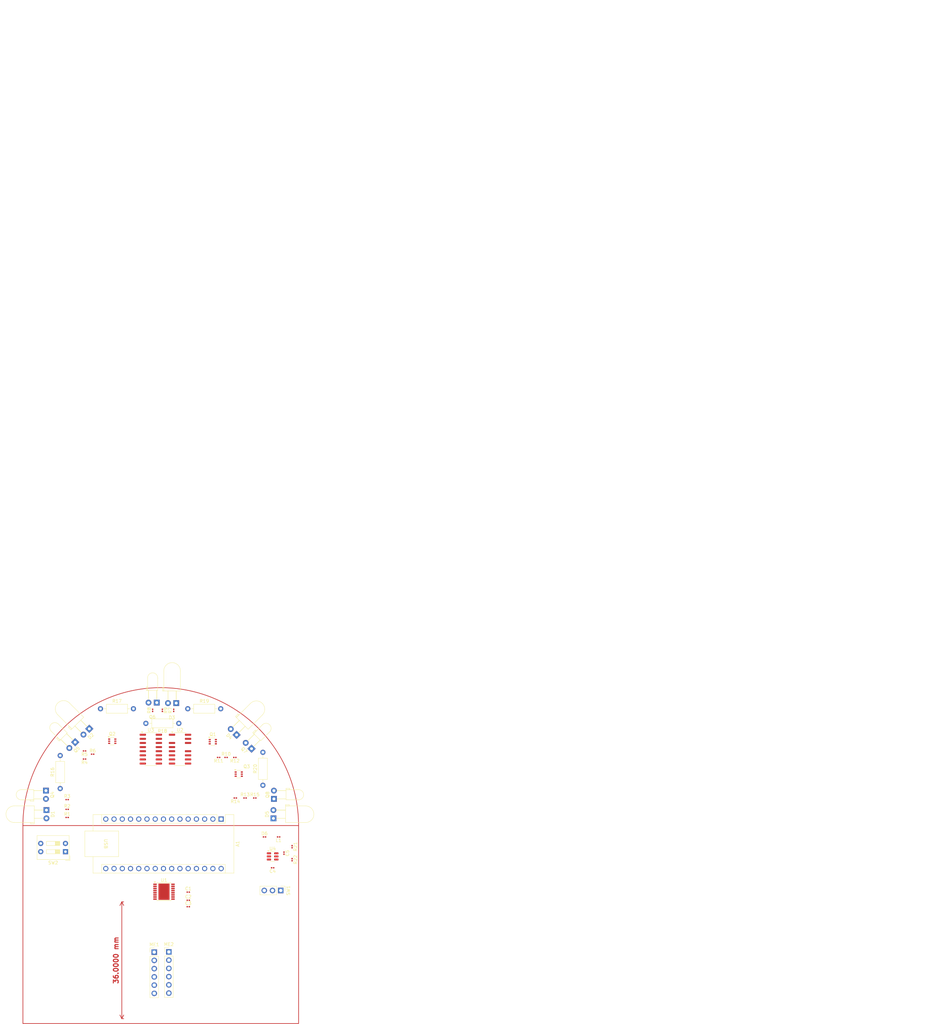
<source format=kicad_pcb>
(kicad_pcb (version 20240108) (generator "pcbnew") (generator_version "8.0")
  (layers (0 "F.Cu" signal) (31 "B.Cu" signal) (34 "B.Paste" user) (35 "F.Paste" user) (36 "B.SilkS" user "B.Silkscreen") (37 "F.SilkS" user "F.Silkscreen") (38 "B.Mask" user) (39 "F.Mask" user) (44 "Edge.Cuts" user))
  (net 0 "")
  (net 2 "/D5")
  (net 4 "/D6")
  (net 5 "/MUX_SEL_2")
  (net 6 "/D3")
  (net 11 "/MUX_SEL_1")
  (net 13 "/MUX_SEL_0")
  (net 18 "/D11")
  (net 19 "GND")
  (net 21 "/IRT_READ")
  (net 22 "Net-(A1-D12)")
  (net 26 "+5V")
  (net 27 "/LED_DEMUX_ENABLE")
  (net 28 "Net-(A1-D13)")
  (net 30 "Net-(U1-VINT)")
  (net 31 "Net-(U1-VCP)")
  (net 32 "Net-(SW1-A)")
  (net 33 "Net-(D1-K)")
  (net 34 "Net-(D2-K)")
  (net 35 "Net-(D3-K)")
  (net 36 "Net-(D4-K)")
  (net 37 "Net-(D5-K)")
  (net 38 "Net-(D6-A)")
  (net 39 "/A0")
  (net 40 "Net-(ME1-M2)")
  (net 41 "Net-(ME1-M1)")
  (net 42 "/A1")
  (net 43 "Net-(ME2-M1)")
  (net 44 "Net-(ME2-M2)")
  (net 45 "/A3")
  (net 46 "/A2")
  (net 47 "Net-(Q1A-C1)")
  (net 48 "Net-(Q1B-C2)")
  (net 49 "Net-(Q1B-B2)")
  (net 50 "Net-(Q1A-B1)")
  (net 51 "Net-(Q2A-C1)")
  (net 52 "Net-(Q2A-B1)")
  (net 53 "Net-(Q2B-B2)")
  (net 54 "Net-(Q2B-C2)")
  (net 55 "Net-(Q3A-C1)")
  (net 56 "Net-(Q3A-B1)")
  (net 57 "Net-(Q4-E)")
  (net 58 "Net-(Q5-E)")
  (net 59 "Net-(Q6-E)")
  (net 60 "Net-(Q7-E)")
  (net 61 "Net-(Q8-E)")
  (net 62 "Net-(U3-Y0)")
  (net 63 "Net-(U3-Y1)")
  (net 64 "Net-(U3-Y2)")
  (net 65 "Net-(U3-Y3)")
  (net 66 "Net-(U3-Y4)")
  (net 67 "Net-(U4-FB)")
  (net 75 "Net-(BT1-+)")
  (footprint "Capacitor_SMD:C_0201_0603Metric" (layer "F.Cu") (at 158.5 112)
    (property "Reference" "C2" (at 0 -1.05 0) (layer "F.SilkS"))
    (property "Value" "2.2uF")
    (pad "1" smd roundrect (at -0.32 0) (size 0.46 0.4) (layers "F.Cu" "F.Mask") (net 30 "Net-(U1-VINT)"))
    (pad "2" smd roundrect (at 0.32 0) (size 0.46 0.4) (layers "F.Cu" "F.Mask") (net 19 "GND"))
  )
  (footprint "Capacitor_SMD:C_0201_0603Metric" (layer "F.Cu") (at 184.5 102 180)
    (property "Reference" "C4" (at 0 -1.05 0) (layer "F.SilkS"))
    (property "Value" "22uF X7R")
    (pad "1" smd roundrect (at -0.32 0 180) (size 0.46 0.4) (layers "F.Cu" "F.Mask") (net 32 "Net-(SW1-A)"))
    (pad "2" smd roundrect (at 0.32 0 180) (size 0.46 0.4) (layers "F.Cu" "F.Mask") (net 19 "GND"))
  )
  (footprint "Package_TO_SOT_SMD:SOT-363_SC-70-6" (layer "F.Cu") (at 135.05 63)
    (property "Reference" "Q2" (at 0 -2.25 0) (layer "F.SilkS"))
    (property "Value" "MBT3904DW1")
    (pad "1" smd roundrect (at -0.95 -0.65) (size 0.65 0.4) (layers "F.Cu" "F.Paste" "F.Mask") (net 19 "GND"))
    (pad "2" smd roundrect (at -0.95 0) (size 0.65 0.4) (layers "F.Cu" "F.Paste" "F.Mask") (net 52 "Net-(Q2A-B1)"))
    (pad "3" smd roundrect (at -0.95 0.65) (size 0.65 0.4) (layers "F.Cu" "F.Paste" "F.Mask") (net 54 "Net-(Q2B-C2)"))
    (pad "4" smd roundrect (at 0.95 0.65) (size 0.65 0.4) (layers "F.Cu" "F.Paste" "F.Mask") (net 19 "GND"))
    (pad "5" smd roundrect (at 0.95 0) (size 0.65 0.4) (layers "F.Cu" "F.Paste" "F.Mask") (net 53 "Net-(Q2B-B2)"))
    (pad "6" smd roundrect (at 0.95 -0.65) (size 0.65 0.4) (layers "F.Cu" "F.Paste" "F.Mask") (net 51 "Net-(Q2A-C1)"))
  )
  (footprint "Resistor_SMD:R_0201_0603Metric" (layer "F.Cu") (at 129 67)
    (property "Reference" "R6" (at 0 -1.05 0) (layer "F.SilkS"))
    (property "Value" "33R")
    (pad "1" smd roundrect (at -0.32 0) (size 0.46 0.4) (layers "F.Cu" "F.Mask") (net 34 "Net-(D2-K)"))
    (pad "2" smd roundrect (at 0.32 0) (size 0.46 0.4) (layers "F.Cu" "F.Mask") (net 54 "Net-(Q2B-C2)"))
  )
  (footprint "Resistor_SMD:R_0201_0603Metric" (layer "F.Cu") (at 173 80.5 180)
    (property "Reference" "R14" (at 0 -1.05 360) (layer "F.SilkS"))
    (property "Value" "10K")
    (pad "1" smd roundrect (at -0.32 0 180) (size 0.46 0.4) (layers "F.Cu" "F.Mask") (net 66 "Net-(U3-Y4)"))
    (pad "2" smd roundrect (at 0.32 0 180) (size 0.46 0.4) (layers "F.Cu" "F.Mask") (net 19 "GND"))
  )
  (footprint "Resistor_SMD:R_0201_0603Metric" (layer "F.Cu") (at 121.155 81)
    (property "Reference" "R3" (at 0 -1.05 0) (layer "F.SilkS"))
    (property "Value" "10K")
    (pad "1" smd roundrect (at -0.32 0) (size 0.46 0.4) (layers "F.Cu" "F.Mask") (net 62 "Net-(U3-Y0)"))
    (pad "2" smd roundrect (at 0.32 0) (size 0.46 0.4) (layers "F.Cu" "F.Mask") (net 19 "GND"))
  )
  (footprint "Connector_PinHeader_2.54mm:PinHeader_1x06_P2.54mm_Vertical" (layer "F.Cu") (at 148 128)
    (property "Reference" "ME1" (at 0 -2.33 0) (layer "F.SilkS"))
    (property "Value" "~")
    (pad "1" thru_hole rect (at 0 0) (size 1.7 1.7) (drill 1) (layers "*.Cu" "*.Mask") (net 41 "Net-(ME1-M1)"))
    (pad "2" thru_hole oval (at 0 2.54) (size 1.7 1.7) (drill 1) (layers "*.Cu" "*.Mask") (net 19 "GND"))
    (pad "3" thru_hole oval (at 0 5.08) (size 1.7 1.7) (drill 1) (layers "*.Cu" "*.Mask") (net 39 "/A0"))
    (pad "4" thru_hole oval (at 0 7.62) (size 1.7 1.7) (drill 1) (layers "*.Cu" "*.Mask") (net 42 "/A1"))
    (pad "5" thru_hole oval (at 0 10.16) (size 1.7 1.7) (drill 1) (layers "*.Cu" "*.Mask") (net 26 "+5V"))
    (pad "6" thru_hole oval (at 0 12.7) (size 1.7 1.7) (drill 1) (layers "*.Cu" "*.Mask") (net 40 "Net-(ME1-M2)"))
  )
  (footprint "Package_TO_SOT_SMD:SOT-23-6" (layer "F.Cu") (at 184.5 98.5)
    (property "Reference" "U4" (at 0 -2.4 0) (layer "F.SilkS"))
    (property "Value" "MT3608")
    (pad "1" smd roundrect (at -1.1375 -0.95) (size 1.325 0.6) (layers "F.Cu" "F.Paste" "F.Mask") (net 38 "Net-(D6-A)"))
    (pad "2" smd roundrect (at -1.1375 0) (size 1.325 0.6) (layers "F.Cu" "F.Paste" "F.Mask") (net 19 "GND"))
    (pad "3" smd roundrect (at -1.1375 0.95) (size 1.325 0.6) (layers "F.Cu" "F.Paste" "F.Mask") (net 67 "Net-(U4-FB)"))
    (pad "4" smd roundrect (at 1.1375 0.95) (size 1.325 0.6) (layers "F.Cu" "F.Paste" "F.Mask") (net 32 "Net-(SW1-A)"))
    (pad "5" smd roundrect (at 1.1375 0) (size 1.325 0.6) (layers "F.Cu" "F.Paste" "F.Mask") (net 32 "Net-(SW1-A)"))
    (pad "6" smd roundrect (at 1.1375 -0.95) (size 1.325 0.6) (layers "F.Cu" "F.Paste" "F.Mask"))
  )
  (footprint "LED_THT:LED_D3.0mm_Horizontal_O3.81mm_Z2.0mm" (layer "F.Cu") (at 184.895 80.77 90)
    (property "Reference" "Q8" (at 1.27 -1.96 90) (layer "F.SilkS"))
    (property "Value" "TEFT4300")
    (pad "1" thru_hole rect (at 0 0 90) (size 1.8 1.8) (drill 0.9) (layers "*.Cu" "*.Mask") (net 26 "+5V"))
    (pad "2" thru_hole circle (at 2.54 0 90) (size 1.8 1.8) (drill 0.9) (layers "*.Cu" "*.Mask") (net 61 "Net-(Q8-E)"))
  )
  (footprint "LED_THT:LED_D5.0mm_Horizontal_O3.81mm_Z3.0mm" (layer "F.Cu") (at 154.775 51.255 180)
    (property "Reference" "D3" (at 1.35 -4.46 0) (layer "F.SilkS"))
    (property "Value" "SHF4545")
    (pad "1" thru_hole rect (at 0 0 180) (size 1.8 1.8) (drill 0.9) (layers "*.Cu" "*.Mask") (net 35 "Net-(D3-K)"))
    (pad "2" thru_hole circle (at 2.54 0 180) (size 1.8 1.8) (drill 0.9) (layers "*.Cu" "*.Mask") (net 26 "+5V"))
  )
  (footprint "Resistor_SMD:R_0201_0603Metric" (layer "F.Cu") (at 121.155 84 180)
    (property "Reference" "R2" (at 0 1 0) (layer "F.SilkS"))
    (property "Value" "820R")
    (pad "1" smd roundrect (at -0.32 0 180) (size 0.46 0.4) (layers "F.Cu" "F.Mask") (net 62 "Net-(U3-Y0)"))
    (pad "2" smd roundrect (at 0.32 0 180) (size 0.46 0.4) (layers "F.Cu" "F.Mask") (net 52 "Net-(Q2A-B1)"))
  )
  (footprint "Resistor_SMD:R_0201_0603Metric" (layer "F.Cu") (at 126.5 68.5 180)
    (property "Reference" "R4" (at 0 -1.05 0) (layer "F.SilkS"))
    (property "Value" "820R")
    (pad "1" smd roundrect (at -0.32 0 180) (size 0.46 0.4) (layers "F.Cu" "F.Mask") (net 63 "Net-(U3-Y1)"))
    (pad "2" smd roundrect (at 0.32 0 180) (size 0.46 0.4) (layers "F.Cu" "F.Mask") (net 53 "Net-(Q2B-B2)"))
  )
  (footprint "Package_SO:HTSSOP-16-1EP_4.4x5mm_P0.65mm_EP3.4x5mm" (layer "F.Cu") (at 151 109.375)
    (property "Reference" "U1" (at 0 -3.55 0) (layer "F.SilkS"))
    (property "Value" "DRV8833PWPR")
    (pad "1" smd rect (at -2.775 -2.275) (size 1.05 0.45) (layers "F.Cu" "F.Paste" "F.Mask") (net 26 "+5V"))
    (pad "2" smd rect (at -2.775 -1.625) (size 1.05 0.45) (layers "F.Cu" "F.Paste" "F.Mask") (net 41 "Net-(ME1-M1)"))
    (pad "3" smd rect (at -2.775 -0.975) (size 1.05 0.45) (layers "F.Cu" "F.Paste" "F.Mask") (net 19 "GND"))
    (pad "4" smd rect (at -2.775 -0.325) (size 1.05 0.45) (layers "F.Cu" "F.Paste" "F.Mask") (net 40 "Net-(ME1-M2)"))
    (pad "5" smd rect (at -2.775 0.325) (size 1.05 0.45) (layers "F.Cu" "F.Paste" "F.Mask") (net 44 "Net-(ME2-M2)"))
    (pad "6" smd rect (at -2.775 0.975) (size 1.05 0.45) (layers "F.Cu" "F.Paste" "F.Mask") (net 19 "GND"))
    (pad "7" smd rect (at -2.775 1.625) (size 1.05 0.45) (layers "F.Cu" "F.Paste" "F.Mask") (net 43 "Net-(ME2-M1)"))
    (pad "8" smd rect (at -2.775 2.275) (size 1.05 0.45) (layers "F.Cu" "F.Paste" "F.Mask"))
    (pad "9" smd rect (at 2.775 2.275) (size 1.05 0.45) (layers "F.Cu" "F.Paste" "F.Mask") (net 6 "/D3"))
    (pad "10" smd rect (at 2.775 1.625) (size 1.05 0.45) (layers "F.Cu" "F.Paste" "F.Mask") (net 18 "/D11"))
    (pad "11" smd rect (at 2.775 0.975) (size 1.05 0.45) (layers "F.Cu" "F.Paste" "F.Mask") (net 31 "Net-(U1-VCP)"))
    (pad "12" smd rect (at 2.775 0.325) (size 1.05 0.45) (layers "F.Cu" "F.Paste" "F.Mask") (net 26 "+5V"))
    (pad "13" smd rect (at 2.775 -0.325) (size 1.05 0.45) (layers "F.Cu" "F.Paste" "F.Mask") (net 19 "GND"))
    (pad "14" smd rect (at 2.775 -0.975) (size 1.05 0.45) (layers "F.Cu" "F.Paste" "F.Mask") (net 30 "Net-(U1-VINT)"))
    (pad "15" smd rect (at 2.775 -1.625) (size 1.05 0.45) (layers "F.Cu" "F.Paste" "F.Mask") (net 4 "/D6"))
    (pad "16" smd rect (at 2.775 -2.275) (size 1.05 0.45) (layers "F.Cu" "F.Paste" "F.Mask") (net 2 "/D5"))
    (pad "17" smd rect (at 0 0) (size 3.4 5) (layers "F.Cu" "F.Mask") (net 19 "GND"))
  )
  (footprint "LED_THT:LED_D3.0mm_Horizontal_O3.81mm_Z2.0mm" (layer "F.Cu") (at 123.618718 63.307949 -135)
    (property "Reference" "Q5" (at 1.27 -1.96 45) (layer "F.SilkS"))
    (property "Value" "TEFT4300")
    (pad "1" thru_hole rect (at 0 0 225) (size 1.8 1.8) (drill 0.9) (layers "*.Cu" "*.Mask") (net 26 "+5V"))
    (pad "2" thru_hole circle (at 2.54 0 225) (size 1.8 1.8) (drill 0.9) (layers "*.Cu" "*.Mask") (net 58 "Net-(Q5-E)"))
  )
  (footprint "LED_THT:LED_D5.0mm_Horizontal_O3.81mm_Z3.0mm" (layer "F.Cu") (at 114.755 84.225 -90)
    (property "Reference" "D1" (at 1.27 -1.96 90) (layer "F.SilkS"))
    (property "Value" "SHF4545")
    (pad "1" thru_hole rect (at 0 0 270) (size 1.8 1.8) (drill 0.9) (layers "*.Cu" "*.Mask") (net 33 "Net-(D1-K)"))
    (pad "2" thru_hole circle (at 2.54 0 270) (size 1.8 1.8) (drill 0.9) (layers "*.Cu" "*.Mask") (net 26 "+5V"))
  )
  (footprint "LED_THT:LED_D3.0mm_Horizontal_O3.81mm_Z2.0mm" (layer "F.Cu") (at 148.77 51.105 180)
    (property "Reference" "Q6" (at 1.35 -4.46 0) (layer "F.SilkS"))
    (property "Value" "TEFT4300")
    (pad "1" thru_hole rect (at 0 0 180) (size 1.8 1.8) (drill 0.9) (layers "*.Cu" "*.Mask") (net 26 "+5V"))
    (pad "2" thru_hole circle (at 2.54 0 180) (size 1.8 1.8) (drill 0.9) (layers "*.Cu" "*.Mask") (net 59 "Net-(Q6-E)"))
  )
  (footprint "Resistor_SMD:R_0201_0603Metric" (layer "F.Cu") (at 190.5 95.5 -90)
    (property "Reference" "R21" (at 0 -1.05 90) (layer "F.SilkS"))
    (property "Value" "110K")
    (pad "1" smd roundrect (at -0.32 0 270) (size 0.46 0.4) (layers "F.Cu" "F.Mask") (net 26 "+5V"))
    (pad "2" smd roundrect (at 0.32 0 270) (size 0.46 0.4) (layers "F.Cu" "F.Mask") (net 67 "Net-(U4-FB)"))
  )
  (footprint "Module:Arduino_Nano" (layer "F.Cu") (at 168.62 87 -90)
    (property "Reference" "A1" (at 7.62 -5.08 90) (layer "F.SilkS"))
    (property "Value" "Arduino_Nano_v3.x")
    (fp_text user "USB" (at 7.62 35.56 -90) (layer "F.SilkS"))
    (pad "1" thru_hole rect (at 0 0 270) (size 1.6 1.6) (drill 1) (layers "*.Cu" "*.Mask"))
    (pad "2" thru_hole oval (at 0 2.54 270) (size 1.6 1.6) (drill 1) (layers "*.Cu" "*.Mask"))
    (pad "3" thru_hole oval (at 0 5.08 270) (size 1.6 1.6) (drill 1) (layers "*.Cu" "*.Mask"))
    (pad "4" thru_hole oval (at 0 7.62 270) (size 1.6 1.6) (drill 1) (layers "*.Cu" "*.Mask") (net 19 "GND"))
    (pad "5" thru_hole oval (at 0 10.16 270) (size 1.6 1.6) (drill 1) (layers "*.Cu" "*.Mask") (net 27 "/LED_DEMUX_ENABLE"))
    (pad "6" thru_hole oval (at 0 12.7 270) (size 1.6 1.6) (drill 1) (layers "*.Cu" "*.Mask") (net 6 "/D3"))
    (pad "7" thru_hole oval (at 0 15.24 270) (size 1.6 1.6) (drill 1) (layers "*.Cu" "*.Mask") (net 13 "/MUX_SEL_0"))
    (pad "8" thru_hole oval (at 0 17.78 270) (size 1.6 1.6) (drill 1) (layers "*.Cu" "*.Mask") (net 2 "/D5"))
    (pad "9" thru_hole oval (at 0 20.32 270) (size 1.6 1.6) (drill 1) (layers "*.Cu" "*.Mask") (net 4 "/D6"))
    (pad "10" thru_hole oval (at 0 22.86 270) (size 1.6 1.6) (drill 1) (layers "*.Cu" "*.Mask") (net 11 "/MUX_SEL_1"))
    (pad "11" thru_hole oval (at 0 25.4 270) (size 1.6 1.6) (drill 1) (layers "*.Cu" "*.Mask") (net 5 "/MUX_SEL_2"))
    (pad "12" thru_hole oval (at 0 27.94 270) (size 1.6 1.6) (drill 1) (layers "*.Cu" "*.Mask"))
    (pad "13" thru_hole oval (at 0 30.48 270) (size 1.6 1.6) (drill 1) (layers "*.Cu" "*.Mask"))
    (pad "14" thru_hole oval (at 0 33.02 270) (size 1.6 1.6) (drill 1) (layers "*.Cu" "*.Mask") (net 18 "/D11"))
    (pad "15" thru_hole oval (at 0 35.56 270) (size 1.6 1.6) (drill 1) (layers "*.Cu" "*.Mask") (net 22 "Net-(A1-D12)"))
    (pad "16" thru_hole oval (at 15.24 35.56 270) (size 1.6 1.6) (drill 1) (layers "*.Cu" "*.Mask") (net 28 "Net-(A1-D13)"))
    (pad "17" thru_hole oval (at 15.24 33.02 270) (size 1.6 1.6) (drill 1) (layers "*.Cu" "*.Mask"))
    (pad "18" thru_hole oval (at 15.24 30.48 270) (size 1.6 1.6) (drill 1) (layers "*.Cu" "*.Mask"))
    (pad "19" thru_hole oval (at 15.24 27.94 270) (size 1.6 1.6) (drill 1) (layers "*.Cu" "*.Mask") (net 21 "/IRT_READ"))
    (pad "20" thru_hole oval (at 15.24 25.4 270) (size 1.6 1.6) (drill 1) (layers "*.Cu" "*.Mask"))
    (pad "21" thru_hole oval (at 15.24 22.86 270) (size 1.6 1.6) (drill 1) (layers "*.Cu" "*.Mask"))
    (pad "22" thru_hole oval (at 15.24 20.32 270) (size 1.6 1.6) (drill 1) (layers "*.Cu" "*.Mask"))
    (pad "23" thru_hole oval (at 15.24 17.78 270) (size 1.6 1.6) (drill 1) (layers "*.Cu" "*.Mask"))
    (pad "24" thru_hole oval (at 15.24 15.24 270) (size 1.6 1.6) (drill 1) (layers "*.Cu" "*.Mask"))
    (pad "25" thru_hole oval (at 15.24 12.7 270) (size 1.6 1.6) (drill 1) (layers "*.Cu" "*.Mask"))
    (pad "26" thru_hole oval (at 15.24 10.16 270) (size 1.6 1.6) (drill 1) (layers "*.Cu" "*.Mask"))
    (pad "27" thru_hole oval (at 15.24 7.62 270) (size 1.6 1.6) (drill 1) (layers "*.Cu" "*.Mask"))
    (pad "28" thru_hole oval (at 15.24 5.08 270) (size 1.6 1.6) (drill 1) (layers "*.Cu" "*.Mask"))
    (pad "29" thru_hole oval (at 15.24 2.54 270) (size 1.6 1.6) (drill 1) (layers "*.Cu" "*.Mask") (net 19 "GND"))
    (pad "30" thru_hole oval (at 15.24 0 270) (size 1.6 1.6) (drill 1) (layers "*.Cu" "*.Mask") (net 26 "+5V"))
  )
  (footprint "Resistor_SMD:R_0201_0603Metric" (layer "F.Cu") (at 154 53.5 90)
    (property "Reference" "R7" (at 0 -1.05 90) (layer "F.SilkS"))
    (property "Value" "820R")
    (pad "1" smd roundrect (at -0.32 0 90) (size 0.46 0.4) (layers "F.Cu" "F.Mask") (net 64 "Net-(U3-Y2)"))
    (pad "2" smd roundrect (at 0.32 0 90) (size 0.46 0.4) (layers "F.Cu" "F.Mask") (net 50 "Net-(Q1A-B1)"))
  )
  (footprint "Resistor_SMD:R_0201_0603Metric" (layer "F.Cu") (at 126.5 66 180)
    (property "Reference" "R5" (at 0 -1.05 0) (layer "F.SilkS"))
    (property "Value" "10K")
    (pad "1" smd roundrect (at -0.32 0 180) (size 0.46 0.4) (layers "F.Cu" "F.Mask") (net 63 "Net-(U3-Y1)"))
    (pad "2" smd roundrect (at 0.32 0 180) (size 0.46 0.4) (layers "F.Cu" "F.Mask") (net 19 "GND"))
  )
  (footprint "Resistor_SMD:R_0201_0603Metric" (layer "F.Cu") (at 179 80.5)
    (property "Reference" "R15" (at 0 -1.05 0) (layer "F.SilkS"))
    (property "Value" "33R")
    (pad "1" smd roundrect (at -0.32 0) (size 0.46 0.4) (layers "F.Cu" "F.Mask") (net 37 "Net-(D5-K)"))
    (pad "2" smd roundrect (at 0.32 0) (size 0.46 0.4) (layers "F.Cu" "F.Mask") (net 55 "Net-(Q3A-C1)"))
  )
  (footprint "Diode_SMD:D_0201_0603Metric" (layer "F.Cu") (at 182 92.5)
    (property "Reference" "D6" (at 0 -1.05 0) (layer "F.SilkS"))
    (property "Value" "SS34")
    (pad "1" smd roundrect (at -0.32 0) (size 0.46 0.4) (layers "F.Cu" "F.Mask") (net 26 "+5V"))
    (pad "2" smd roundrect (at 0.32 0) (size 0.46 0.4) (layers "F.Cu" "F.Mask") (net 38 "Net-(D6-A)"))
  )
  (footprint "Resistor_SMD:R_0201_0603Metric" (layer "F.Cu") (at 147.5 53.5 90)
    (property "Reference" "R8" (at 0 -1.05 90) (layer "F.SilkS"))
    (property "Value" "10K")
    (pad "1" smd roundrect (at -0.32 0 90) (size 0.46 0.4) (layers "F.Cu" "F.Mask") (net 64 "Net-(U3-Y2)"))
    (pad "2" smd roundrect (at 0.32 0 90) (size 0.46 0.4) (layers "F.Cu" "F.Mask") (net 19 "GND"))
  )
  (footprint "Connector_PinHeader_2.54mm:PinHeader_1x03_P2.54mm_Vertical" (layer "F.Cu") (at 187 109 -90)
    (property "Reference" "SW1" (at 0 -2.33 90) (layer "F.SilkS"))
    (property "Value" "SLW-116641-5A-S-D")
    (pad "1" thru_hole rect (at 0 0 270) (size 1.7 1.7) (drill 1) (layers "*.Cu" "*.Mask") (net 32 "Net-(SW1-A)"))
    (pad "2" thru_hole oval (at 0 2.54 270) (size 1.7 1.7) (drill 1) (layers "*.Cu" "*.Mask") (net 75 "Net-(BT1-+)"))
    (pad "3" thru_hole oval (at 0 5.08 270) (size 1.7 1.7) (drill 1) (layers "*.Cu" "*.Mask"))
  )
  (footprint "Resistor_THT:R_Axial_DIN0207_L6.3mm_D2.5mm_P10.16mm_Horizontal" (layer "F.Cu") (at 131.42 53)
    (property "Reference" "R17" (at 5.08 -2.37 0) (layer "F.SilkS"))
    (property "Value" "1k8")
    (pad "1" thru_hole circle (at 0 0) (size 1.6 1.6) (drill 0.8) (layers "*.Cu" "*.Mask") (net 58 "Net-(Q5-E)"))
    (pad "2" thru_hole oval (at 10.16 0) (size 1.6 1.6) (drill 0.8) (layers "*.Cu" "*.Mask") (net 19 "GND"))
  )
  (footprint "Resistor_THT:R_Axial_DIN0207_L6.3mm_D2.5mm_P10.16mm_Horizontal" (layer "F.Cu") (at 155.58 57.5 180)
    (property "Reference" "R18" (at 5.08 -2.37 180) (layer "F.SilkS"))
    (property "Value" "1k8")
    (pad "1" thru_hole circle (at 0 0 180) (size 1.6 1.6) (drill 0.8) (layers "*.Cu" "*.Mask") (net 59 "Net-(Q6-E)"))
    (pad "2" thru_hole oval (at 10.16 0 180) (size 1.6 1.6) (drill 0.8) (layers "*.Cu" "*.Mask") (net 19 "GND"))
  )
  (footprint "Package_SO:SOIC-16_3.9x9.9mm_P1.27mm" (layer "F.Cu") (at 146.945 65.445)
    (property "Reference" "U3" (at 0 -5.9 0) (layer "F.SilkS"))
    (property "Value" "74HC238D")
    (pad "1" smd roundrect (at -2.475 -4.445) (size 1.95 0.6) (layers "F.Cu" "F.Paste" "F.Mask") (net 13 "/MUX_SEL_0"))
    (pad "2" smd roundrect (at -2.475 -3.175) (size 1.95 0.6) (layers "F.Cu" "F.Paste" "F.Mask") (net 11 "/MUX_SEL_1"))
    (pad "3" smd roundrect (at -2.475 -1.905) (size 1.95 0.6) (layers "F.Cu" "F.Paste" "F.Mask") (net 5 "/MUX_SEL_2"))
    (pad "4" smd roundrect (at -2.475 -0.635) (size 1.95 0.6) (layers "F.Cu" "F.Paste" "F.Mask") (net 19 "GND"))
    (pad "5" smd roundrect (at -2.475 0.635) (size 1.95 0.6) (layers "F.Cu" "F.Paste" "F.Mask") (net 19 "GND"))
    (pad "6" smd roundrect (at -2.475 1.905) (size 1.95 0.6) (layers "F.Cu" "F.Paste" "F.Mask") (net 27 "/LED_DEMUX_ENABLE"))
    (pad "7" smd roundrect (at -2.475 3.175) (size 1.95 0.6) (layers "F.Cu" "F.Paste" "F.Mask"))
    (pad "8" smd roundrect (at -2.475 4.445) (size 1.95 0.6) (layers "F.Cu" "F.Paste" "F.Mask") (net 19 "GND"))
    (pad "9" smd roundrect (at 2.475 4.445) (size 1.95 0.6) (layers "F.Cu" "F.Paste" "F.Mask"))
    (pad "10" smd roundrect (at 2.475 3.175) (size 1.95 0.6) (layers "F.Cu" "F.Paste" "F.Mask"))
    (pad "11" smd roundrect (at 2.475 1.905) (size 1.95 0.6) (layers "F.Cu" "F.Paste" "F.Mask") (net 66 "Net-(U3-Y4)"))
    (pad "12" smd roundrect (at 2.475 0.635) (size 1.95 0.6) (layers "F.Cu" "F.Paste" "F.Mask") (net 65 "Net-(U3-Y3)"))
    (pad "13" smd roundrect (at 2.475 -0.635) (size 1.95 0.6) (layers "F.Cu" "F.Paste" "F.Mask") (net 64 "Net-(U3-Y2)"))
    (pad "14" smd roundrect (at 2.475 -1.905) (size 1.95 0.6) (layers "F.Cu" "F.Paste" "F.Mask") (net 63 "Net-(U3-Y1)"))
    (pad "15" smd roundrect (at 2.475 -3.175) (size 1.95 0.6) (layers "F.Cu" "F.Paste" "F.Mask") (net 62 "Net-(U3-Y0)"))
    (pad "16" smd roundrect (at 2.475 -4.445) (size 1.95 0.6) (layers "F.Cu" "F.Paste" "F.Mask") (net 26 "+5V"))
  )
  (footprint "Resistor_SMD:R_0201_0603Metric" (layer "F.Cu") (at 167.845 68 180)
    (property "Reference" "R11" (at 0 -1.05 0) (layer "F.SilkS"))
    (property "Value" "10K")
    (pad "1" smd roundrect (at -0.32 0 180) (size 0.46 0.4) (layers "F.Cu" "F.Mask") (net 65 "Net-(U3-Y3)"))
    (pad "2" smd roundrect (at 0.32 0 180) (size 0.46 0.4) (layers "F.Cu" "F.Mask") (net 19 "GND"))
  )
  (footprint "LED_THT:LED_D5.0mm_Horizontal_O3.81mm_Z3.0mm" (layer "F.Cu") (at 184.745 86.775 90)
    (property "Reference" "D5" (at 1.27 -1.96 90) (layer "F.SilkS"))
    (property "Value" "SHF4545")
    (pad "1" thru_hole rect (at 0 0 90) (size 1.8 1.8) (drill 0.9) (layers "*.Cu" "*.Mask") (net 37 "Net-(D5-K)"))
    (pad "2" thru_hole circle (at 2.54 0 90) (size 1.8 1.8) (drill 0.9) (layers "*.Cu" "*.Mask") (net 26 "+5V"))
  )
  (footprint "Resistor_THT:R_Axial_DIN0207_L6.3mm_D2.5mm_P10.16mm_Horizontal" (layer "F.Cu") (at 181.5 76.58 90)
    (property "Reference" "R20" (at 5.08 -2.37 -90) (layer "F.SilkS"))
    (property "Value" "1k8")
    (pad "1" thru_hole circle (at 0 0 90) (size 1.6 1.6) (drill 0.8) (layers "*.Cu" "*.Mask") (net 61 "Net-(Q8-E)"))
    (pad "2" thru_hole oval (at 10.16 0 90) (size 1.6 1.6) (drill 0.8) (layers "*.Cu" "*.Mask") (net 19 "GND"))
  )
  (footprint "Connector_PinHeader_2.54mm:PinHeader_1x06_P2.54mm_Vertical" (layer "F.Cu") (at 152.5 127.92)
    (property "Reference" "ME2" (at 0 -2.33 0) (layer "F.SilkS"))
    (property "Value" "~")
    (pad "1" thru_hole rect (at 0 0) (size 1.7 1.7) (drill 1) (layers "*.Cu" "*.Mask") (net 43 "Net-(ME2-M1)"))
    (pad "2" thru_hole oval (at 0 2.54) (size 1.7 1.7) (drill 1) (layers "*.Cu" "*.Mask") (net 19 "GND"))
    (pad "3" thru_hole oval (at 0 5.08) (size 1.7 1.7) (drill 1) (layers "*.Cu" "*.Mask") (net 46 "/A2"))
    (pad "4" thru_hole oval (at 0 7.62) (size 1.7 1.7) (drill 1) (layers "*.Cu" "*.Mask") (net 45 "/A3"))
    (pad "5" thru_hole oval (at 0 10.16) (size 1.7 1.7) (drill 1) (layers "*.Cu" "*.Mask") (net 26 "+5V"))
    (pad "6" thru_hole oval (at 0 12.7) (size 1.7 1.7) (drill 1) (layers "*.Cu" "*.Mask") (net 44 "Net-(ME2-M2)"))
  )
  (footprint "LED_THT:LED_D5.0mm_Horizontal_O3.81mm_Z3.0mm" (layer "F.Cu") (at 127.970961 59.167838 -135)
    (property "Reference" "D2" (at 1.27 -1.96 45) (layer "F.SilkS"))
    (property "Value" "SHF4545")
    (pad "1" thru_hole rect (at 0 0 225) (size 1.8 1.8) (drill 0.9) (layers "*.Cu" "*.Mask") (net 34 "Net-(D2-K)"))
    (pad "2" thru_hole circle (at 2.54 0 225) (size 1.8 1.8) (drill 0.9) (layers "*.Cu" "*.Mask") (net 26 "+5V"))
  )
  (footprint "LED_THT:LED_D5.0mm_Horizontal_O3.81mm_Z3.0mm" (layer "F.Cu") (at 173.385016 61.050988 135)
    (property "Reference" "D4" (at 1.27 -1.96 135) (layer "F.SilkS"))
    (property "Value" "SHF4545")
    (pad "1" thru_hole rect (at 0 0 135) (size 1.8 1.8) (drill 0.9) (layers "*.Cu" "*.Mask") (net 36 "Net-(D4-K)"))
    (pad "2" thru_hole circle (at 2.54 0 135) (size 1.8 1.8) (drill 0.9) (layers "*.Cu" "*.Mask") (net 26 "+5V"))
  )
  (footprint "Resistor_THT:R_Axial_DIN0207_L6.3mm_D2.5mm_P10.16mm_Horizontal" (layer "F.Cu") (at 119 77.58 90)
    (property "Reference" "R16" (at 5.08 -2.37 90) (layer "F.SilkS"))
    (property "Value" "1k8")
    (pad "1" thru_hole circle (at 0 0 90) (size 1.6 1.6) (drill 0.8) (layers "*.Cu" "*.Mask") (net 57 "Net-(Q4-E)"))
    (pad "2" thru_hole oval (at 10.16 0 90) (size 1.6 1.6) (drill 0.8) (layers "*.Cu" "*.Mask") (net 19 "GND"))
  )
  (footprint "Inductor_SMD:L_0201_0603Metric" (layer "F.Cu") (at 186.345 92.5 180)
    (property "Reference" "L1" (at 0 -1.05 0) (layer "F.SilkS"))
    (property "Value" "220uH")
    (pad "1" smd roundrect (at -0.32 0 180) (size 0.46 0.4) (layers "F.Cu" "F.Mask") (net 32 "Net-(SW1-A)"))
    (pad "2" smd roundrect (at 0.32 0 180) (size 0.46 0.4) (layers "F.Cu" "F.Mask") (net 38 "Net-(D6-A)"))
  )
  (footprint "Capacitor_SMD:C_0201_0603Metric" (layer "F.Cu") (at 188 97.5 -90)
    (property "Reference" "C5" (at 0 -1.05 90) (layer "F.SilkS"))
    (property "Value" "22uF X7R")
    (pad "1" smd roundrect (at -0.32 0 270) (size 0.46 0.4) (layers "F.Cu" "F.Mask") (net 26 "+5V"))
    (pad "2" smd roundrect (at 0.32 0 270) (size 0.46 0.4) (layers "F.Cu" "F.Mask") (net 19 "GND"))
  )
  (footprint "Button_Switch_THT:SW_DIP_SPSTx02_Slide_9.78x7.26mm_W7.62mm_P2.54mm" (layer "F.Cu") (at 120.62 97.04 180)
    (property "Reference" "SW2" (at 3.81 -3.42 360) (layer "F.SilkS"))
    (property "Value" "SW_DIP_x02")
    (pad "1" thru_hole rect (at 0 0 180) (size 1.6 1.6) (drill 0.8) (layers "*.Cu" "*.Mask") (net 28 "Net-(A1-D13)"))
    (pad "2" thru_hole oval (at 0 2.54 180) (size 1.6 1.6) (drill 0.8) (layers "*.Cu" "*.Mask") (net 22 "Net-(A1-D12)"))
    (pad "3" thru_hole oval (at 7.62 2.54 180) (size 1.6 1.6) (drill 0.8) (layers "*.Cu" "*.Mask") (net 26 "+5V"))
    (pad "4" thru_hole oval (at 7.62 0 180) (size 1.6 1.6) (drill 0.8) (layers "*.Cu" "*.Mask") (net 26 "+5V"))
  )
  (footprint "Resistor_SMD:R_0201_0603Metric" (layer "F.Cu") (at 150.5 53.5 -90)
    (property "Reference" "R9" (at 0 -1.05 90) (layer "F.SilkS"))
    (property "Value" "33R")
    (pad "1" smd roundrect (at -0.32 0 270) (size 0.46 0.4) (layers "F.Cu" "F.Mask") (net 35 "Net-(D3-K)"))
    (pad "2" smd roundrect (at 0.32 0 270) (size 0.46 0.4) (layers "F.Cu" "F.Mask") (net 47 "Net-(Q1A-C1)"))
  )
  (footprint "Resistor_SMD:R_0201_0603Metric" (layer "F.Cu") (at 170.155 68)
    (property "Reference" "R10" (at 0 -1.05 0) (layer "F.SilkS"))
    (property "Value" "820R")
    (pad "1" smd roundrect (at -0.32 0) (size 0.46 0.4) (layers "F.Cu" "F.Mask") (net 65 "Net-(U3-Y3)"))
    (pad "2" smd roundrect (at 0.32 0) (size 0.46 0.4) (layers "F.Cu" "F.Mask") (net 49 "Net-(Q1B-B2)"))
  )
  (footprint "Resistor_SMD:R_0201_0603Metric" (layer "F.Cu") (at 121.155 86.5)
    (property "Reference" "R1" (at 0 -1.05 0) (layer "F.SilkS"))
    (property "Value" "33R")
    (pad "1" smd roundrect (at -0.32 0) (size 0.46 0.4) (layers "F.Cu" "F.Mask") (net 33 "Net-(D1-K)"))
    (pad "2" smd roundrect (at 0.32 0) (size 0.46 0.4) (layers "F.Cu" "F.Mask") (net 51 "Net-(Q2A-C1)"))
  )
  (footprint "Package_SO:SOIC-14-16_3.9x9.9mm_P1.27mm" (layer "F.Cu") (at 155.945 65.445)
    (property "Reference" "U2" (at 0 -5.9 0) (layer "F.SilkS"))
    (property "Value" "74HC4051")
    (pad "1" smd roundrect (at -2.475 -4.445) (size 1.95 0.6) (layers "F.Cu" "F.Paste" "F.Mask") (net 61 "Net-(Q8-E)"))
    (pad "3" smd roundrect (at -2.475 -1.905) (size 1.95 0.6) (layers "F.Cu" "F.Paste" "F.Mask") (net 21 "/IRT_READ"))
    (pad "4" smd roundrect (at -2.475 -0.635) (size 1.95 0.6) (layers "F.Cu" "F.Paste" "F.Mask"))
    (pad "5" smd roundrect (at -2.475 0.635) (size 1.95 0.6) (layers "F.Cu" "F.Paste" "F.Mask"))
    (pad "6" smd roundrect (at -2.475 1.905) (size 1.95 0.6) (layers "F.Cu" "F.Paste" "F.Mask") (net 19 "GND"))
    (pad "7" smd roundrect (at -2.475 3.175) (size 1.95 0.6) (layers "F.Cu" "F.Paste" "F.Mask") (net 19 "GND"))
    (pad "8" smd roundrect (at -2.475 4.445) (size 1.95 0.6) (layers "F.Cu" "F.Paste" "F.Mask") (net 19 "GND"))
    (pad "9" smd roundrect (at 2.475 4.445) (size 1.95 0.6) (layers "F.Cu" "F.Paste" "F.Mask") (net 5 "/MUX_SEL_2"))
    (pad "10" smd roundrect (at 2.475 3.175) (size 1.95 0.6) (layers "F.Cu" "F.Paste" "F.Mask") (net 11 "/MUX_SEL_1"))
    (pad "11" smd roundrect (at 2.475 1.905) (size 1.95 0.6) (layers "F.Cu" "F.Paste" "F.Mask") (net 13 "/MUX_SEL_0"))
    (pad "12" smd roundrect (at 2.475 0.635) (size 1.95 0.6) (layers "F.Cu" "F.Paste" "F.Mask") (net 60 "Net-(Q7-E)"))
    (pad "14" smd roundrect (at 2.475 -1.905) (size 1.95 0.6) (layers "F.Cu" "F.Paste" "F.Mask") (net 58 "Net-(Q5-E)"))
    (pad "15" smd roundrect (at 2.475 -3.175) (size 1.95 0.6) (layers "F.Cu" "F.Paste" "F.Mask") (net 59 "Net-(Q6-E)"))
    (pad "16" smd roundrect (at 2.475 -4.445) (size 1.95 0.6) (layers "F.Cu" "F.Paste" "F.Mask") (net 26 "+5V"))
  )
  (footprint "LED_THT:LED_D3.0mm_Horizontal_O3.81mm_Z2.0mm" (layer "F.Cu") (at 177.995353 65.300699 135)
    (property "Reference" "Q7" (at 1.27 -1.96 135) (layer "F.SilkS"))
    (property "Value" "TEFT4300")
    (pad "1" thru_hole rect (at 0 0 135) (size 1.8 1.8) (drill 0.9) (layers "*.Cu" "*.Mask") (net 26 "+5V"))
    (pad "2" thru_hole circle (at 2.54 0 135) (size 1.8 1.8) (drill 0.9) (layers "*.Cu" "*.Mask") (net 60 "Net-(Q7-E)"))
  )
  (footprint "Package_TO_SOT_SMD:SOT-363_SC-70-6" (layer "F.Cu") (at 174.05 73.15)
    (property "Reference" "Q3" (at 2.45 -2.35 0) (layer "F.SilkS"))
    (property "Value" "MBT3904DW1")
    (pad "1" smd roundrect (at -0.95 -0.65) (size 0.65 0.4) (layers "F.Cu" "F.Paste" "F.Mask") (net 19 "GND"))
    (pad "2" smd roundrect (at -0.95 0) (size 0.65 0.4) (layers "F.Cu" "F.Paste" "F.Mask") (net 56 "Net-(Q3A-B1)"))
    (pad "3" smd roundrect (at -0.95 0.65) (size 0.65 0.4) (layers "F.Cu" "F.Paste" "F.Mask"))
    (pad "4" smd roundrect (at 0.95 0.65) (size 0.65 0.4) (layers "F.Cu" "F.Paste" "F.Mask"))
    (pad "5" smd roundrect (at 0.95 0) (size 0.65 0.4) (layers "F.Cu" "F.Paste" "F.Mask"))
    (pad "6" smd roundrect (at 0.95 -0.65) (size 0.65 0.4) (layers "F.Cu" "F.Paste" "F.Mask") (net 55 "Net-(Q3A-C1)"))
  )
  (footprint "Resistor_SMD:R_0201_0603Metric" (layer "F.Cu") (at 172.845 68 180)
    (property "Reference" "R12" (at 0 -1.05 0) (layer "F.SilkS"))
    (property "Value" "33R")
    (pad "1" smd roundrect (at -0.32 0 180) (size 0.46 0.4) (layers "F.Cu" "F.Mask") (net 36 "Net-(D4-K)"))
    (pad "2" smd roundrect (at 0.32 0 180) (size 0.46 0.4) (layers "F.Cu" "F.Mask") (net 48 "Net-(Q1B-C2)"))
  )
  (footprint "Package_TO_SOT_SMD:SOT-363_SC-70-6" (layer "F.Cu") (at 166.05 63.15)
    (property "Reference" "Q1" (at 0 -2.25 0) (layer "F.SilkS"))
    (property "Value" "MBT3904DW1")
    (pad "1" smd roundrect (at -0.95 -0.65) (size 0.65 0.4) (layers "F.Cu" "F.Paste" "F.Mask") (net 19 "GND"))
    (pad "2" smd roundrect (at -0.95 0) (size 0.65 0.4) (layers "F.Cu" "F.Paste" "F.Mask") (net 50 "Net-(Q1A-B1)"))
    (pad "3" smd roundrect (at -0.95 0.65) (size 0.65 0.4) (layers "F.Cu" "F.Paste" "F.Mask") (net 48 "Net-(Q1B-C2)"))
    (pad "4" smd roundrect (at 0.95 0.65) (size 0.65 0.4) (layers "F.Cu" "F.Paste" "F.Mask") (net 19 "GND"))
    (pad "5" smd roundrect (at 0.95 0) (size 0.65 0.4) (layers "F.Cu" "F.Paste" "F.Mask") (net 49 "Net-(Q1B-B2)"))
    (pad "6" smd roundrect (at 0.95 -0.65) (size 0.65 0.4) (layers "F.Cu" "F.Paste" "F.Mask") (net 47 "Net-(Q1A-C1)"))
  )
  (footprint "Resistor_SMD:R_0201_0603Metric" (layer "F.Cu") (at 190.5 99.5 -90)
    (property "Reference" "R22" (at 0 -1.05 90) (layer "F.SilkS"))
    (property "Value" "15K")
    (pad "1" smd roundrect (at -0.32 0 270) (size 0.46 0.4) (layers "F.Cu" "F.Mask") (net 67 "Net-(U4-FB)"))
    (pad "2" smd roundrect (at 0.32 0 270) (size 0.46 0.4) (layers "F.Cu" "F.Mask") (net 19 "GND"))
  )
  (footprint "Resistor_SMD:R_0201_0603Metric" (layer "F.Cu") (at 176 80.5)
    (property "Reference" "R13" (at 0 -1.05 0) (layer "F.SilkS"))
    (property "Value" "820R")
    (pad "1" smd roundrect (at -0.32 0) (size 0.46 0.4) (layers "F.Cu" "F.Mask") (net 66 "Net-(U3-Y4)"))
    (pad "2" smd roundrect (at 0.32 0) (size 0.46 0.4) (layers "F.Cu" "F.Mask") (net 56 "Net-(Q3A-B1)"))
  )
  (footprint "LED_THT:LED_D3.0mm_Horizontal_O3.81mm_Z2.0mm" (layer "F.Cu") (at 114.605 78.23 -90)
    (property "Reference" "Q4" (at 1.27 -1.96 90) (layer "F.SilkS"))
    (property "Value" "TEFT4300")
    (pad "1" thru_hole rect (at 0 0 270) (size 1.8 1.8) (drill 0.9) (layers "*.Cu" "*.Mask") (net 26 "+5V"))
    (pad "2" thru_hole circle (at 2.54 0 270) (size 1.8 1.8) (drill 0.9) (layers "*.Cu" "*.Mask") (net 57 "Net-(Q4-E)"))
  )
  (footprint "Capacitor_SMD:C_0201_0603Metric" (layer "F.Cu") (at 158.5 109.5)
    (property "Reference" "C1" (at 0 -1.05 0) (layer "F.SilkS"))
    (property "Value" "10uF")
    (pad "1" smd roundrect (at -0.32 0) (size 0.46 0.4) (layers "F.Cu" "F.Mask") (net 26 "+5V"))
    (pad "2" smd roundrect (at 0.32 0) (size 0.46 0.4) (layers "F.Cu" "F.Mask") (net 19 "GND"))
  )
  (footprint "Resistor_THT:R_Axial_DIN0207_L6.3mm_D2.5mm_P10.16mm_Horizontal" (layer "F.Cu") (at 158.34 53)
    (property "Reference" "R19" (at 5.08 -2.37 0) (layer "F.SilkS"))
    (property "Value" "1k8")
    (pad "1" thru_hole circle (at 0 0) (size 1.6 1.6) (drill 0.8) (layers "*.Cu" "*.Mask") (net 60 "Net-(Q7-E)"))
    (pad "2" thru_hole oval (at 10.16 0) (size 1.6 1.6) (drill 0.8) (layers "*.Cu" "*.Mask") (net 19 "GND"))
  )
  (footprint "Capacitor_SMD:C_0201_0603Metric" (layer "F.Cu") (at 158.5 114)
    (property "Reference" "C3" (at 0 -1.05 0) (layer "F.SilkS"))
    (property "Value" "0.01uF")
    (pad "1" smd roundrect (at -0.32 0) (size 0.46 0.4) (layers "F.Cu" "F.Mask") (net 26 "+5V"))
    (pad "2" smd roundrect (at 0.32 0) (size 0.46 0.4) (layers "F.Cu" "F.Mask") (net 31 "Net-(U1-VCP)"))
  )
  (gr_arc (start 107.5 89) (mid 150 46.5) (end 192.5 89) (stroke (width 0.2)) (layer "F.Cu") (net 61))
  (gr_rect (start 107.5 89) (end 192.5 150) (stroke (width 0.2)) (fill none) (layer "F.Cu") (net 61))
  (dimension (type aligned) (layer "F.Cu") (pts (xy 137.5 112.5) (xy 137.5 148.5)) (height -0.5) (gr_text "36.0000 mm" (at 136.2 130.5 90) (layer "F.Cu") (effects (font (size 1.5 1.5) (thickness 0.3)))) (format (prefix "") (suffix "") (units 3) (units_format 1) (precision 4)) (style (thickness 0.2) (arrow_length 1.27) (text_position_mode 0) (extension_height 0.58642) (extension_offset 0.5) keep_text_aligned))
)
</source>
